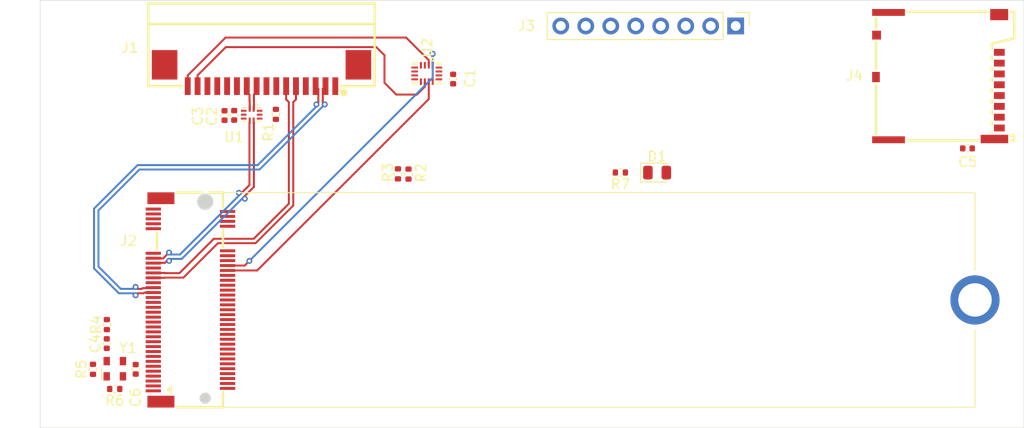
<source format=kicad_pcb>
(kicad_pcb (version 20241229) (generator "pcbnew") (generator_version "9.0")
  (layers (0 "F.Cu" signal) (4 "In1.Cu" power "In1.GND.Cu") (6 "In2.Cu" power "In2.VCC.Cu") (8 "In3.Cu" power "In3.VCC.Cu") (10 "In4.Cu" power "In4.GND.Cu") (2 "B.Cu" signal) (13 "F.Paste" user) (15 "B.Paste" user) (5 "F.SilkS" user "F.Silkscreen") (7 "B.SilkS" user "B.Silkscreen") (1 "F.Mask" user) (3 "B.Mask" user) (25 "Edge.Cuts" user))
  (net 0 "")
  (net 1 "+3V3")
  (net 2 "GND")
  (net 3 "Net-(Y1-VDD)")
  (net 4 "Net-(D1-K)")
  (net 5 "CMD")
  (net 6 "DAT2")
  (net 7 "CLK")
  (net 8 "DAT0")
  (net 9 "DAT3{slash}CD")
  (net 10 "DAT1")
  (net 11 "+1V8")
  (net 12 "PCIe_RX-")
  (net 13 "~{CLKREQ}{slash}DAT2")
  (net 14 "PCIe_TX+")
  (net 15 "~{PERST}{slash}DAT3{slash}CD")
  (net 16 "PCIe_TX-")
  (net 17 "PCIe_RX+")
  (net 18 "Net-(J2-VIO_1.8V)")
  (net 19 "Net-(J2-DEVSLP)")
  (net 20 "~{LED1}")
  (net 21 "REFCLK+")
  (net 22 "REFCLK-")
  (net 23 "~{CLKREQ}")
  (net 24 "~{PERST}")
  (net 25 "SUSCLK")
  (net 58 "DATx{slash}REFCLK+")
  (net 59 "DATx{slash}REFCLK-")
  (net 68 "Net-(Y1-Tri-state)")
  (footprint "Capacitor_SMD:C_0402_1005Metric" (layer "F.Cu") (at 173.56 85.66)
    (property "Reference" "C5" (at 0.03 1.37 0) (layer "F.SilkS"))
    (property "Value" "0.1uF")
    (fp_line (start -0.107836 -0.36) (end 0.107836 -0.36) (stroke (width 0.12)) (layer "F.SilkS"))
    (fp_line (start -0.107836 0.36) (end 0.107836 0.36) (stroke (width 0.12)) (layer "F.SilkS"))
    (pad "1" smd roundrect (at -0.48 0) (size 0.56 0.62) (layers "F.Cu" "F.Mask" "F.Paste") (net 1 "+3V3"))
    (pad "2" smd roundrect (at 0.48 0) (size 0.56 0.62) (layers "F.Cu" "F.Mask" "F.Paste") (net 2 "GND"))
  )
  (footprint "Resistor_SMD:R_0402_1005Metric" (layer "F.Cu") (at 86.08 103.59 -90)
    (property "Reference" "R4" (at 0 1.11 90) (layer "F.SilkS"))
    (property "Value" "0")
    (fp_line (start -0.153641 0.38) (end 0.153641 0.38) (stroke (width 0.12)) (layer "F.SilkS"))
    (fp_line (start -0.153641 -0.38) (end 0.153641 -0.38) (stroke (width 0.12)) (layer "F.SilkS"))
    (pad "1" smd roundrect (at -0.51 0 270) (size 0.54 0.64) (layers "F.Cu" "F.Mask" "F.Paste") (net 1 "+3V3"))
    (pad "2" smd roundrect (at 0.51 0 270) (size 0.54 0.64) (layers "F.Cu" "F.Mask" "F.Paste") (net 3 "Net-(Y1-VDD)"))
  )
  (footprint "Capacitor_SMD:C_0402_1005Metric" (layer "F.Cu") (at 98.04 82.31 90)
    (property "Reference" "C3" (at -0.059803 -2.722872 90) (layer "F.SilkS"))
    (property "Value" "0.1uF")
    (fp_line (start -0.107836 -0.36) (end 0.107836 -0.36) (stroke (width 0.12)) (layer "F.SilkS"))
    (fp_line (start -0.107836 0.36) (end 0.107836 0.36) (stroke (width 0.12)) (layer "F.SilkS"))
    (pad "1" smd roundrect (at -0.48 0 90) (size 0.56 0.62) (layers "F.Cu" "F.Mask" "F.Paste") (net 1 "+3V3"))
    (pad "2" smd roundrect (at 0.48 0 90) (size 0.56 0.62) (layers "F.Cu" "F.Mask" "F.Paste") (net 2 "GND"))
  )
  (footprint "Resistor_SMD:R_0402_1005Metric" (layer "F.Cu") (at 116.74 88.27 -90)
    (property "Reference" "R2" (at -0.12 -1.29 270) (layer "F.SilkS"))
    (property "Value" "0")
    (fp_line (start -0.153641 0.38) (end 0.153641 0.38) (stroke (width 0.12)) (layer "F.SilkS"))
    (fp_line (start -0.153641 -0.38) (end 0.153641 -0.38) (stroke (width 0.12)) (layer "F.SilkS"))
    (pad "1" smd roundrect (at -0.51 0 270) (size 0.54 0.64) (layers "F.Cu" "F.Mask" "F.Paste") (net 11 "+1V8"))
    (pad "2" smd roundrect (at 0.51 0 270) (size 0.54 0.64) (layers "F.Cu" "F.Mask" "F.Paste") (net 18 "Net-(J2-VIO_1.8V)"))
  )
  (footprint "m1cha:CONN-SMD_APCI0146-P001A" (layer "F.Cu") (at 94.575 101.08 90)
    (property "Reference" "J2" (at 6.01 -6.295 180) (layer "F.SilkS"))
    (property "Value" "Bus_M.2_Socket_M")
    (fp_line (start 5.131 -3.4) (end 6.869 -3.4) (stroke (width 0.254)) (layer "F.SilkS"))
    (fp_line (start 10.922 -1.394) (end 10.922 1.136) (stroke (width 0.254)) (layer "F.SilkS"))
    (fp_line (start 10.922 1.8645) (end 10.922 3.302) (stroke (width 0.254)) (layer "F.SilkS"))
    (fp_line (start 10.922 3.302) (end 9.381 3.302) (stroke (width 0.254)) (layer "F.SilkS"))
    (fp_line (start 7.119 3.302) (end 5.381 3.302) (stroke (width 0.254)) (layer "F.SilkS"))
    (fp_line (start -9.381 3.302) (end -10.922 3.302) (stroke (width 0.254)) (layer "F.SilkS"))
    (fp_line (start -10.922 3.302) (end -10.922 -1.394) (stroke (width 0.254)) (layer "F.SilkS"))
    (fp_line (start 10.922 79.75) (end 10.922 3.302) (stroke (width 0.1)) (layer "F.SilkS"))
    (fp_line (start 3 79.75) (end 10.922 79.75) (stroke (width 0.1)) (layer "F.SilkS"))
    (fp_line (start -10.922 79.75) (end -10.922 3.302) (stroke (width 0.1)) (layer "F.SilkS"))
    (fp_line (start -10.922 79.75) (end -3 79.75) (stroke (width 0.1)) (layer "F.SilkS"))
    (fp_poly (pts (xy -9.144 -2.413) (xy -9.652 -1.905) (xy -8.636 -1.905)) (fill yes) (layer "F.SilkS"))
    (fp_circle (center 10 1.5) (end 10.8 1.5) (stroke (width 0.05)) (fill yes) (layer "Edge.Cuts"))
    (fp_circle (center -10 1.5) (end -9.45 1.5) (stroke (width 0.05)) (fill yes) (layer "Edge.Cuts"))
    (pad "" np_thru_hole circle (at 0 79.75 90) (size 5 5) (drill 3.4) (layers "F&B.Cu" "*.Mask"))
    (pad "1" smd rect (at -9.25 -3.775 90) (size 0.3 1.55) (layers "F.Cu" "F.Mask" "F.Paste") (net 2 "GND"))
    (pad "2" smd rect (at -9 3.775 90) (size 0.3 1.55) (layers "F.Cu" "F.Mask" "F.Paste") (net 1 "+3V3"))
    (pad "3" smd rect (at -8.75 -3.775 90) (size 0.3 1.55) (layers "F.Cu" "F.Mask" "F.Paste") (net 2 "GND"))
    (pad "4" smd rect (at -8.5 3.775 90) (size 0.3 1.55) (layers "F.Cu" "F.Mask" "F.Paste") (net 1 "+3V3"))
    (pad "5" smd rect (at -8.25 -3.775 90) (size 0.3 1.55) (layers "F.Cu" "F.Mask" "F.Paste"))
    (pad "6" smd rect (at -8 3.775 90) (size 0.3 1.55) (layers "F.Cu" "F.Mask" "F.Paste"))
    (pad "7" smd rect (at -7.75 -3.775 90) (size 0.3 1.55) (layers "F.Cu" "F.Mask" "F.Paste"))
    (pad "8" smd rect (at -7.5 3.775 90) (size 0.3 1.55) (layers "F.Cu" "F.Mask" "F.Paste"))
    (pad "9" smd rect (at -7.25 -3.775 90) (size 0.3 1.55) (layers "F.Cu" "F.Mask" "F.Paste") (net 2 "GND"))
    (pad "10" smd rect (at -7 3.775 90) (size 0.3 1.55) (layers "F.Cu" "F.Mask" "F.Paste") (net 20 "~{LED1}"))
    (pad "11" smd rect (at -6.75 -3.775 90) (size 0.3 1.55) (layers "F.Cu" "F.Mask" "F.Paste"))
    (pad "12" smd rect (at -6.5 3.775 90) (size 0.3 1.55) (layers "F.Cu" "F.Mask" "F.Paste") (net 1 "+3V3"))
    (pad "13" smd rect (at -6.25 -3.775 90) (size 0.3 1.55) (layers "F.Cu" "F.Mask" "F.Paste"))
    (pad "14" smd rect (at -6 3.775 90) (size 0.3 1.55) (layers "F.Cu" "F.Mask" "F.Paste") (net 1 "+3V3"))
    (pad "15" smd rect (at -5.75 -3.775 90) (size 0.3 1.55) (layers "F.Cu" "F.Mask" "F.Paste") (net 2 "GND"))
    (pad "16" smd rect (at -5.5 3.775 90) (size 0.3 1.55) (layers "F.Cu" "F.Mask" "F.Paste") (net 1 "+3V3"))
    (pad "17" smd rect (at -5.25 -3.775 90) (size 0.3 1.55) (layers "F.Cu" "F.Mask" "F.Paste"))
    (pad "18" smd rect (at -5 3.775 90) (size 0.3 1.55) (layers "F.Cu" "F.Mask" "F.Paste") (net 1 "+3V3"))
    (pad "19" smd rect (at -4.75 -3.775 90) (size 0.3 1.55) (layers "F.Cu" "F.Mask" "F.Paste"))
    (pad "20" smd rect (at -4.5 3.775 90) (size 0.3 1.55) (layers "F.Cu" "F.Mask" "F.Paste"))
    (pad "21" smd rect (at -4.25 -3.775 90) (size 0.3 1.55) (layers "F.Cu" "F.Mask" "F.Paste") (net 2 "GND"))
    (pad "22" smd rect (at -4 3.775 90) (size 0.3 1.55) (layers "F.Cu" "F.Mask" "F.Paste") (net 18 "Net-(J2-VIO_1.8V)"))
    (pad "23" smd rect (at -3.75 -3.775 90) (size 0.3 1.55) (layers "F.Cu" "F.Mask" "F.Paste"))
    (pad "24" smd rect (at -3.5 3.775 90) (size 0.3 1.55) (layers "F.Cu" "F.Mask" "F.Paste"))
    (pad "25" smd rect (at -3.25 -3.775 90) (size 0.3 1.55) (layers "F.Cu" "F.Mask" "F.Paste"))
    (pad "26" smd rect (at -3 3.775 90) (size 0.3 1.55) (layers "F.Cu" "F.Mask" "F.Paste"))
    (pad "27" smd rect (at -2.75 -3.775 90) (size 0.3 1.55) (layers "F.Cu" "F.Mask" "F.Paste") (net 2 "GND"))
    (pad "28" smd rect (at -2.5 3.775 90) (size 0.3 1.55) (layers "F.Cu" "F.Mask" "F.Paste"))
    (pad "29" smd rect (at -2.25 -3.775 90) (size 0.3 1.55) (layers "F.Cu" "F.Mask" "F.Paste"))
    (pad "30" smd rect (at -2 3.775 90) (size 0.3 1.55) (layers "F.Cu" "F.Mask" "F.Paste"))
    (pad "31" smd rect (at -1.75 -3.775 90) (size 0.3 1.55) (layers "F.Cu" "F.Mask" "F.Paste"))
    (pad "32" smd rect (at -1.5 3.775 90) (size 0.3 1.55) (layers "F.Cu" "F.Mask" "F.Paste"))
    (pad "33" smd rect (at -1.25 -3.775 90) (size 0.3 1.55) (layers "F.Cu" "F.Mask" "F.Paste") (net 2 "GND"))
    (pad "34" smd rect (at -1 3.775 90) (size 0.3 1.55) (layers "F.Cu" "F.Mask" "F.Paste"))
    (pad "35" smd rect (at -0.75 -3.775 90) (size 0.3 1.55) (layers "F.Cu" "F.Mask" "F.Paste"))
    (pad "36" smd rect (at -0.5 3.775 90) (size 0.3 1.55) (layers "F.Cu" "F.Mask" "F.Paste"))
    (pad "37" smd rect (at -0.25 -3.775 90) (size 0.3 1.55) (layers "F.Cu" "F.Mask" "F.Paste"))
    (pad "38" smd rect (at 0 3.775 90) (size 0.3 1.55) (layers "F.Cu" "F.Mask" "F.Paste") (net 19 "Net-(J2-DEVSLP)"))
    (pad "39" smd rect (at 0.25 -3.775 90) (size 0.3 1.55) (layers "F.Cu" "F.Mask" "F.Paste") (net 2 "GND"))
    (pad "40" smd rect (at 0.5 3.775 90) (size 0.3 1.55) (layers "F.Cu" "F.Mask" "F.Paste"))
    (pad "41" smd rect (at 0.75 -3.775 90) (size 0.3 1.55) (layers "F.Cu" "F.Mask" "F.Paste") (net 12 "PCIe_RX-"))
    (pad "42" smd rect (at 1 3.775 90) (size 0.3 1.55) (layers "F.Cu" "F.Mask" "F.Paste"))
    (pad "43" smd rect (at 1.25 -3.775 90) (size 0.3 1.55) (layers "F.Cu" "F.Mask" "F.Paste") (net 17 "PCIe_RX+"))
    (pad "44" smd rect (at 1.5 3.775 90) (size 0.3 1.55) (layers "F.Cu" "F.Mask" "F.Paste"))
    (pad "45" smd rect (at 1.75 -3.775 90) (size 0.3 1.55) (layers "F.Cu" "F.Mask" "F.Paste") (net 2 "GND"))
    (pad "46" smd rect (at 2 3.775 90) (size 0.3 1.55) (layers "F.Cu" "F.Mask" "F.Paste"))
    (pad "47" smd rect (at 2.25 -3.775 90) (size 0.3 1.55) (layers "F.Cu" "F.Mask" "F.Paste") (net 16 "PCIe_TX-"))
    (pad "48" smd rect (at 2.5 3.775 90) (size 0.3 1.55) (layers "F.Cu" "F.Mask" "F.Paste"))
    (pad "49" smd rect (at 2.75 -3.775 90) (size 0.3 1.55) (layers "F.Cu" "F.Mask" "F.Paste") (net 14 "PCIe_TX+"))
    (pad "50" smd rect (at 3 3.775 90) (size 0.3 1.55) (layers "F.Cu" "F.Mask" "F.Paste") (net 24 "~{PERST}"))
    (pad "51" smd rect (at 3.25 -3.775 90) (size 0.3 1.55) (layers "F.Cu" "F.Mask" "F.Paste") (net 2 "GND"))
    (pad "52" smd rect (at 3.5 3.775 90) (size 0.3 1.55) (layers "F.Cu" "F.Mask" "F.Paste") (net 23 "~{CLKREQ}"))
    (pad "53" smd rect (at 3.75 -3.775 90) (size 0.3 1.55) (layers "F.Cu" "F.Mask" "F.Paste") (net 22 "REFCLK-"))
    (pad "54" smd rect (at 4 3.775 90) (size 0.3 1.55) (layers "F.Cu" "F.Mask" "F.Paste"))
    (pad "55" smd rect (at 4.25 -3.775 90) (size 0.3 1.55) (layers "F.Cu" "F.Mask" "F.Paste") (net 21 "REFCLK+"))
    (pad "56" smd rect (at 4.5 3.775 90) (size 0.3 1.55) (layers "F.Cu" "F.Mask" "F.Paste"))
    (pad "57" smd rect (at 4.75 -3.775 90) (size 0.3 1.55) (layers "F.Cu" "F.Mask" "F.Paste") (net 2 "GND"))
    (pad "58" smd rect (at 5 3.775 90) (size 0.3 1.55) (layers "F.Cu" "F.Mask" "F.Paste"))
    (pad "67" smd rect (at 7.25 -3.775 90) (size 0.3 1.55) (layers "F.Cu" "F.Mask" "F.Paste"))
    (pad "68" smd rect (at 7.5 3.775 90) (size 0.3 1.55) (layers "F.Cu" "F.Mask" "F.Paste") (net 25 "SUSCLK"))
    (pad "69" smd rect (at 7.75 -3.775 90) (size 0.3 1.55) (layers "F.Cu" "F.Mask" "F.Paste"))
    (pad "70" smd rect (at 8 3.775 90) (size 0.3 1.55) (layers "F.Cu" "F.Mask" "F.Paste") (net 1 "+3V3"))
    (pad "71" smd rect (at 8.25 -3.775 90) (size 0.3 1.55) (layers "F.Cu" "F.Mask" "F.Paste") (net 2 "GND"))
    (pad "72" smd rect (at 8.5 3.775 90) (size 0.3 1.55) (layers "F.Cu" "F.Mask" "F.Paste") (net 1 "+3V3"))
    (pad "73" smd rect (at 8.75 -3.775 90) (size 0.3 1.55) (layers "F.Cu" "F.Mask" "F.Paste") (net 2 "GND"))
    (pad "74" smd rect (at 9 3.775 90) (size 0.3 1.55) (layers "F.Cu" "F.Mask" "F.Paste") (net 1 "+3V3"))
    (pad "75" smd rect (at 9.25 -3.775 90) (size 0.3 1.55) (layers "F.Cu" "F.Mask" "F.Paste") (net 2 "GND"))
    (pad "76" smd rect (at -10.35 -3 90) (size 1.2 2.75) (layers "F.Cu" "F.Mask" "F.Paste"))
    (pad "77" smd rect (at 10.35 -3 90) (size 1.2 2.75) (layers "F.Cu" "F.Mask" "F.Paste"))
  )
  (footprint "m1cha:TMUXHS221NKGT" (layer "F.Cu") (at 100.8 82.22425 180)
    (property "Reference" "U1" (at 1.8 -2.27575 0) (layer "F.SilkS"))
    (property "Value" "~")
    (fp_line (start 0.9 0.7) (end 0.9 0.68) (stroke (width 0.152)) (layer "F.SilkS"))
    (fp_line (start 0.9 -0.68) (end 0.9 -0.7) (stroke (width 0.152)) (layer "F.SilkS"))
    (fp_line (start 0.9 -0.7) (end 0.48 -0.7) (stroke (width 0.152)) (layer "F.SilkS"))
    (fp_line (start 0.48 0.7) (end 0.9 0.7) (stroke (width 0.152)) (layer "F.SilkS"))
    (fp_line (start -0.48 -0.7) (end -0.9 -0.7) (stroke (width 0.152)) (layer "F.SilkS"))
    (fp_line (start -0.9 0.7) (end -0.48 0.7) (stroke (width 0.152)) (layer "F.SilkS"))
    (fp_line (start -0.9 0.68) (end -0.9 0.7) (stroke (width 0.152)) (layer "F.SilkS"))
    (fp_line (start -0.9 -0.7) (end -0.9 -0.68) (stroke (width 0.152)) (layer "F.SilkS"))
    (fp_circle (center -0.5 1) (end -0.425 1) (stroke (width 0.15)) (fill no) (layer "F.SilkS"))
    (pad "1" smd rect (at -0.2 0.63 180) (size 0.2 0.663) (layers "F.Cu" "F.Mask" "F.Paste") (net 59 "DATx{slash}REFCLK-"))
    (pad "2" smd rect (at 0.2 0.63 180) (size 0.2 0.663) (layers "F.Cu" "F.Mask" "F.Paste") (net 58 "DATx{slash}REFCLK+"))
    (pad "3" smd rect (at 0.8075 0.4 180) (size 0.563 0.2) (layers "F.Cu" "F.Mask" "F.Paste") (net 2 "GND"))
    (pad "4" smd rect (at 0.8075 0 180) (size 0.563 0.2) (layers "F.Cu" "F.Mask" "F.Paste") (net 8 "DAT0"))
    (pad "5" smd rect (at 0.8075 -0.4 180) (size 0.563 0.2) (layers "F.Cu" "F.Mask" "F.Paste") (net 10 "DAT1"))
    (pad "6" smd rect (at 0.2 -0.63 180) (size 0.2 0.663) (layers "F.Cu" "F.Mask" "F.Paste") (net 21 "REFCLK+"))
    (pad "7" smd rect (at -0.2 -0.63 180) (size 0.2 0.663) (layers "F.Cu" "F.Mask" "F.Paste") (net 22 "REFCLK-"))
    (pad "8" smd rect (at -0.8075 -0.4 180) (size 0.563 0.2) (layers "F.Cu" "F.Mask" "F.Paste") (net 2 "GND"))
    (pad "9" smd rect (at -0.8075 0 180) (size 0.563 0.2) (layers "F.Cu" "F.Mask" "F.Paste") (net 1 "+3V3"))
    (pad "10" smd rect (at -0.8075 0.4 180) (size 0.563 0.2) (layers "F.Cu" "F.Mask" "F.Paste") (net 11 "+1V8"))
  )
  (footprint "Resistor_SMD:R_0402_1005Metric" (layer "F.Cu") (at 86.88 110.14 180)
    (property "Reference" "R6" (at 0 -1.17 0) (layer "F.SilkS"))
    (property "Value" "0")
    (fp_line (start -0.153641 0.38) (end 0.153641 0.38) (stroke (width 0.12)) (layer "F.SilkS"))
    (fp_line (start -0.153641 -0.38) (end 0.153641 -0.38) (stroke (width 0.12)) (layer "F.SilkS"))
    (pad "1" smd roundrect (at -0.51 0 180) (size 0.54 0.64) (layers "F.Cu" "F.Mask" "F.Paste") (net 2 "GND"))
    (pad "2" smd roundrect (at 0.51 0 180) (size 0.54 0.64) (layers "F.Cu" "F.Mask" "F.Paste") (net 68 "Net-(Y1-Tri-state)"))
  )
  (footprint "Resistor_SMD:R_0402_1005Metric" (layer "F.Cu") (at 84.67 108.14 90)
    (property "Reference" "R5" (at 0 -1.17 90) (layer "F.SilkS"))
    (property "Value" "0")
    (fp_line (start -0.153641 -0.38) (end 0.153641 -0.38) (stroke (width 0.12)) (layer "F.SilkS"))
    (fp_line (start -0.153641 0.38) (end 0.153641 0.38) (stroke (width 0.12)) (layer "F.SilkS"))
    (pad "1" smd roundrect (at -0.51 0 90) (size 0.54 0.64) (layers "F.Cu" "F.Mask" "F.Paste") (net 68 "Net-(Y1-Tri-state)"))
    (pad "2" smd roundrect (at 0.51 0 90) (size 0.54 0.64) (layers "F.Cu" "F.Mask" "F.Paste") (net 3 "Net-(Y1-VDD)"))
  )
  (footprint "m1cha:FPC-SMD_P1.00-16P_LCS-SJ-H2.5" (layer "F.Cu") (at 101.80025 78.23675)
    (property "Reference" "J1" (at -13.38025 -2.84675 0) (layer "F.SilkS"))
    (property "Value" "~" (hide yes))
    (fp_line (start -11.5015 -7.3165) (end 11.501 -7.3165) (stroke (width 0.254)) (layer "F.SilkS"))
    (fp_line (start -11.5015 -5.244) (end 11.501 -5.244) (stroke (width 0.254)) (layer "F.SilkS"))
    (fp_line (start -11.5015 1.0835) (end -11.5015 -7.3165) (stroke (width 0.254)) (layer "F.SilkS"))
    (fp_line (start -8.029 1.0835) (end -11.5015 1.0835) (stroke (width 0.254)) (layer "F.SilkS"))
    (fp_line (start 11.501 -7.3165) (end 11.501 1.0835) (stroke (width 0.254)) (layer "F.SilkS"))
    (fp_line (start 11.501 1.0835) (end 8.031 1.0835) (stroke (width 0.254)) (layer "F.SilkS"))
    (fp_circle (center 8.33 1.73) (end 8.53 1.73) (stroke (width 0.4)) (fill no) (layer "F.SilkS"))
    (pad "1" smd rect (at 7.5 1.0835 180) (size 0.6 1.8) (layers "F.Cu" "F.Mask" "F.Paste") (net 2 "GND"))
    (pad "2" smd rect (at 6.502 1.085 180) (size 0.6 1.8) (layers "F.Cu" "F.Mask" "F.Paste") (net 17 "PCIe_RX+"))
    (pad "3" smd rect (at 5.502 1.085 180) (size 0.6 1.8) (layers "F.Cu" "F.Mask" "F.Paste") (net 12 "PCIe_RX-"))
    (pad "4" smd rect (at 4.502 1.085 180) (size 0.6 1.8) (layers "F.Cu" "F.Mask" "F.Paste") (net 2 "GND"))
    (pad "5" smd rect (at 3.502 1.085 180) (size 0.6 1.8) (layers "F.Cu" "F.Mask" "F.Paste") (net 16 "PCIe_TX-"))
    (pad "6" smd rect (at 2.502 1.085 180) (size 0.6 1.8) (layers "F.Cu" "F.Mask" "F.Paste") (net 14 "PCIe_TX+"))
    (pad "7" smd rect (at 1.502 1.085 180) (size 0.6 1.8) (layers "F.Cu" "F.Mask" "F.Paste") (net 2 "GND"))
    (pad "8" smd rect (at 0.502 1.085 180) (size 0.6 1.8) (layers "F.Cu" "F.Mask" "F.Paste") (net 11 "+1V8"))
    (pad "9" smd rect (at -0.498 1.085 180) (size 0.6 1.8) (layers "F.Cu" "F.Mask" "F.Paste") (net 59 "DATx{slash}REFCLK-"))
    (pad "10" smd rect (at -1.498 1.085 180) (size 0.6 1.8) (layers "F.Cu" "F.Mask" "F.Paste") (net 58 "DATx{slash}REFCLK+"))
    (pad "11" smd rect (at -2.498 1.085 180) (size 0.6 1.8) (layers "F.Cu" "F.Mask" "F.Paste") (net 2 "GND"))
    (pad "12" smd rect (at -3.498 1.085 180) (size 0.6 1.8) (layers "F.Cu" "F.Mask" "F.Paste") (net 7 "CLK"))
    (pad "13" smd rect (at -4.498 1.085 180) (size 0.6 1.8) (layers "F.Cu" "F.Mask" "F.Paste") (net 1 "+3V3"))
    (pad "14" smd rect (at -5.498 1.085 180) (size 0.6 1.8) (layers "F.Cu" "F.Mask" "F.Paste") (net 5 "CMD"))
    (pad "15" smd rect (at -6.498 1.085 180) (size 0.6 1.8) (layers "F.Cu" "F.Mask" "F.Paste") (net 15 "~{PERST}{slash}DAT3{slash}CD"))
    (pad "16" smd rect (at -7.498 1.085 180) (size 0.6 1.8) (layers "F.Cu" "F.Mask" "F.Paste") (net 13 "~{CLKREQ}{slash}DAT2"))
    (pad "MP" smd rect (at -9.85 -1.085 180) (size 2.6 3) (layers "F.Cu" "F.Mask" "F.Paste"))
    (pad "MP" smd rect (at 9.85 -1.085 180) (size 2.6 3) (layers "F.Cu" "F.Mask" "F.Paste"))
  )
  (footprint "Capacitor_SMD:C_0402_1005Metric" (layer "F.Cu") (at 121.28 78.6 -90)
    (property "Reference" "C1" (at -0.1 -1.72 90) (layer "F.SilkS"))
    (property "Value" "0.1uF")
    (fp_line (start -0.107836 0.36) (end 0.107836 0.36) (stroke (width 0.12)) (layer "F.SilkS"))
    (fp_line (start -0.107836 -0.36) (end 0.107836 -0.36) (stroke (width 0.12)) (layer "F.SilkS"))
    (pad "1" smd roundrect (at -0.48 0 270) (size 0.56 0.62) (layers "F.Cu" "F.Mask" "F.Paste") (net 1 "+3V3"))
    (pad "2" smd roundrect (at 0.48 0 270) (size 0.56 0.62) (layers "F.Cu" "F.Mask" "F.Paste") (net 2 "GND"))
  )
  (footprint "Capacitor_SMD:C_0402_1005Metric" (layer "F.Cu") (at 89.01 108.14 -90)
    (property "Reference" "C6" (at 2.86 0.02 90) (layer "F.SilkS"))
    (property "Value" "15pF")
    (fp_line (start -0.107836 0.36) (end 0.107836 0.36) (stroke (width 0.12)) (layer "F.SilkS"))
    (fp_line (start -0.107836 -0.36) (end 0.107836 -0.36) (stroke (width 0.12)) (layer "F.SilkS"))
    (pad "1" smd roundrect (at -0.48 0 270) (size 0.56 0.62) (layers "F.Cu" "F.Mask" "F.Paste") (net 25 "SUSCLK"))
    (pad "2" smd roundrect (at 0.48 0 270) (size 0.56 0.62) (layers "F.Cu" "F.Mask" "F.Paste") (net 2 "GND"))
  )
  (footprint "Capacitor_SMD:C_0402_1005Metric" (layer "F.Cu") (at 99.02 82.29 90)
    (property "Reference" "C2" (at -0.113419 -2.257397 90) (layer "F.SilkS"))
    (property "Value" "1uF")
    (fp_line (start -0.107836 -0.36) (end 0.107836 -0.36) (stroke (width 0.12)) (layer "F.SilkS"))
    (fp_line (start -0.107836 0.36) (end 0.107836 0.36) (stroke (width 0.12)) (layer "F.SilkS"))
    (pad "1" smd roundrect (at -0.48 0 90) (size 0.56 0.62) (layers "F.Cu" "F.Mask" "F.Paste") (net 1 "+3V3"))
    (pad "2" smd roundrect (at 0.48 0 90) (size 0.56 0.62) (layers "F.Cu" "F.Mask" "F.Paste") (net 2 "GND"))
  )
  (footprint "Resistor_SMD:R_0402_1005Metric" (layer "F.Cu") (at 138.2775 88.11 180)
    (property "Reference" "R7" (at 0 -1.17 180) (layer "F.SilkS"))
    (property "Value" "0")
    (fp_line (start -0.153641 0.38) (end 0.153641 0.38) (stroke (width 0.12)) (layer "F.SilkS"))
    (fp_line (start -0.153641 -0.38) (end 0.153641 -0.38) (stroke (width 0.12)) (layer "F.SilkS"))
    (pad "1" smd roundrect (at -0.51 0 180) (size 0.54 0.64) (layers "F.Cu" "F.Mask" "F.Paste") (net 4 "Net-(D1-K)"))
    (pad "2" smd roundrect (at 0.51 0 180) (size 0.54 0.64) (layers "F.Cu" "F.Mask" "F.Paste") (net 20 "~{LED1}"))
  )
  (footprint "m1cha:TF-SMD_503398-1892" (layer "F.Cu") (at 170.53 78.3 -90)
    (property "Reference" "J4" (at -0.064301 8.445739 180) (layer "F.SilkS"))
    (property "Value" "~")
    (fp_line (start -4.851 6.27) (end -5.899 6.27) (stroke (width 0.254)) (layer "F.SilkS"))
    (fp_line (start -1.1 6.27) (end -3.489 6.27) (stroke (width 0.254)) (layer "F.SilkS"))
    (fp_line (start -0.661 6.27) (end -1.1 6.27) (stroke (width 0.254)) (layer "F.SilkS"))
    (fp_line (start 0.9355 6.27) (end 0.851 6.27) (stroke (width 0.254)) (layer "F.SilkS"))
    (fp_line (start 0.9355 6.27) (end 5.899 6.27) (stroke (width 0.254)) (layer "F.SilkS"))
    (fp_line (start 6.55 -4.139) (end 6.55 3.099) (stroke (width 0.254)) (layer "F.SilkS"))
    (fp_line (start -6.55 -5.109) (end -6.55 3.099) (stroke (width 0.254)) (layer "F.SilkS"))
    (fp_line (start -3.3 -5.5) (end -2.7945 -5.5) (stroke (width 0.254)) (layer "F.SilkS"))
    (fp_line (start -1.9655 -5.5) (end -1.6945 -5.5) (stroke (width 0.254)) (layer "F.SilkS"))
    (fp_line (start -0.8655 -5.5) (end -0.5945 -5.5) (stroke (width 0.254)) (layer "F.SilkS"))
    (fp_line (start 0.2345 -5.5) (end 0.5055 -5.5) (stroke (width 0.254)) (layer "F.SilkS"))
    (fp_line (start 1.3345 -5.5) (end 1.6055 -5.5) (stroke (width 0.254)) (layer "F.SilkS"))
    (fp_line (start 2.4345 -5.5) (end 2.7055 -5.5) (stroke (width 0.254)) (layer "F.SilkS"))
    (fp_line (start 3.5345 -5.5) (end 3.8055 -5.5) (stroke (width 0.254)) (layer "F.SilkS"))
    (fp_line (start 4.6345 -5.5) (end 4.9055 -5.5) (stroke (width 0.254)) (layer "F.SilkS"))
    (fp_line (start 5.7345 -5.5) (end 5.739 -5.5) (stroke (width 0.254)) (layer "F.SilkS"))
    (fp_line (start -6.55 -7.78) (end -6.55 -7.401) (stroke (width 0.254)) (layer "F.SilkS"))
    (fp_line (start -6.55 -7.78) (end -3.85 -7.78) (stroke (width 0.254)) (layer "F.SilkS"))
    (fp_line (start -3.85 -7.78) (end -3.3 -5.5) (stroke (width 0.254)) (layer "F.SilkS"))
    (fp_line (start 6.05 -7.78) (end 6.05 -7.401) (stroke (width 0.254)) (layer "F.SilkS"))
    (fp_line (start 6.55 -7.78) (end 6.55 -7.401) (stroke (width 0.254)) (layer "F.SilkS"))
    (fp_line (start 6.55 -7.78) (end 6.05 -7.78) (stroke (width 0.254)) (layer "F.SilkS"))
    (pad "1" smd rect (at -2.42 -6.27 270) (size 0.7 1.1) (layers "F.Cu" "F.Mask" "F.Paste") (net 6 "DAT2"))
    (pad "2" smd rect (at -1.32 -6.27 270) (size 0.7 1.1) (layers "F.Cu" "F.Mask" "F.Paste") (net 9 "DAT3{slash}CD"))
    (pad "3" smd rect (at -0.22 -6.27 270) (size 0.7 1.1) (layers "F.Cu" "F.Mask" "F.Paste") (net 5 "CMD"))
    (pad "4" smd rect (at 0.88 -6.27 270) (size 0.7 1.1) (layers "F.Cu" "F.Mask" "F.Paste") (net 1 "+3V3"))
    (pad "5" smd rect (at 1.98 -6.27 270) (size 0.7 1.1) (layers "F.Cu" "F.Mask" "F.Paste") (net 7 "CLK"))
    (pad "6" smd rect (at 3.08 -6.27 270) (size 0.7 1.1) (layers "F.Cu" "F.Mask" "F.Paste") (net 2 "GND"))
    (pad "7" smd rect (at 4.18 -6.27 270) (size 0.7 1.1) (layers "F.Cu" "F.Mask" "F.Paste") (net 8 "DAT0"))
    (pad "8" smd rect (at 5.28 -6.27 270) (size 0.7 1.1) (layers "F.Cu" "F.Mask" "F.Paste") (net 10 "DAT1"))
    (pad "9" smd rect (at 0.095 6.27 270) (size 1.05 0.78) (layers "F.Cu" "F.Mask" "F.Paste"))
    (pad "10" smd rect (at -4.17 6.21 270) (size 0.9 0.9) (layers "F.Cu" "F.Mask" "F.Paste"))
    (pad "11" smd rect (at -6.48 4.995 270) (size 0.7 3.33) (layers "F.Cu" "F.Mask" "F.Paste") (net 2 "GND"))
    (pad "11" smd rect (at -6.26 -6.255 270) (size 1.14 1.83) (layers "F.Cu" "F.Mask" "F.Paste") (net 2 "GND"))
    (pad "11" smd rect (at 6.4 -5.77 270) (size 0.86 2.8) (layers "F.Cu" "F.Mask" "F.Paste") (net 2 "GND"))
    (pad "11" smd rect (at 6.48 4.995 270) (size 0.7 3.33) (layers "F.Cu" "F.Mask" "F.Paste") (net 2 "GND"))
  )
  (footprint "Connector_PinHeader_2.54mm:PinHeader_1x08_P2.54mm_Vertical" (layer "F.Cu") (at 150 73.2 -90)
    (property "Reference" "J3" (at -0.01 21.26 180) (layer "F.SilkS"))
    (property "Value" "~")
    (fp_line (start -1.38 19.16) (end 1.38 19.16) (stroke (width 0.12)) (layer "F.SilkS"))
    (fp_line (start -1.38 1.27) (end -1.38 19.16) (stroke (width 0.12)) (layer "F.SilkS"))
    (fp_line (start -1.38 1.27) (end 1.38 1.27) (stroke (width 0.12)) (layer "F.SilkS"))
    (fp_line (start 1.38 1.27) (end 1.38 19.16) (stroke (width 0.12)) (layer "F.SilkS"))
    (fp_line (start -1.38 0) (end -1.38 -1.38) (stroke (width 0.12)) (layer "F.SilkS"))
    (fp_line (start -1.38 -1.38) (end 0 -1.38) (stroke (width 0.12)) (layer "F.SilkS"))
    (pad "1" thru_hole rect (at 0 0 270) (size 1.7 1.7) (drill 1) (layers "*.Cu" "*.Mask") (net 6 "DAT2"))
    (pad "2" thru_hole circle (at 0 2.54 270) (size 1.7 1.7) (drill 1) (layers "*.Cu" "*.Mask") (net 9 "DAT3{slash}CD"))
    (pad "3" thru_hole circle (at 0 5.08 270) (size 1.7 1.7) (drill 1) (layers "*.Cu" "*.Mask") (net 5 "CMD"))
    (pad "4" thru_hole circle (at 0 7.62 270) (size 1.7 1.7) (drill 1) (layers "*.Cu" "*.Mask") (net 1 "+3V3"))
    (pad "5" thru_hole circle (at 0 10.16 270) (size 1.7 1.7) (drill 1) (layers "*.Cu" "*.Mask") (net 7 "CLK"))
    (pad "6" thru_hole circle (at 0 12.7 270) (size 1.7 1.7) (drill 1) (layers "*.Cu" "*.Mask") (net 2 "GND"))
    (pad "7" thru_hole circle (at 0 15.24 270) (size 1.7 1.7) (drill 1) (layers "*.Cu" "*.Mask") (net 8 "DAT0"))
    (pad "8" thru_hole circle (at 0 17.78 270) (size 1.7 1.7) (drill 1) (layers "*.Cu" "*.Mask") (net 10 "DAT1"))
  )
  (footprint "Resistor_SMD:R_0402_1005Metric" (layer "F.Cu") (at 115.67 88.25 -90)
    (property "Reference" "R3" (at -0.133641 1.03 270) (layer "F.SilkS"))
    (property "Value" "10K")
    (fp_line (start -0.153641 0.38) (end 0.153641 0.38) (stroke (width 0.12)) (layer "F.SilkS"))
    (fp_line (start -0.153641 -0.38) (end 0.153641 -0.38) (stroke (width 0.12)) (layer "F.SilkS"))
    (pad "1" smd roundrect (at -0.51 0 270) (size 0.54 0.64) (layers "F.Cu" "F.Mask" "F.Paste") (net 2 "GND"))
    (pad "2" smd roundrect (at 0.51 0 270) (size 0.54 0.64) (layers "F.Cu" "F.Mask" "F.Paste") (net 19 "Net-(J2-DEVSLP)"))
  )
  (footprint "m1cha:tmux1574" (layer "F.Cu") (at 118.6 78.03 180)
    (property "Reference" "U2" (at -0.03 2.6 90) (layer "F.SilkS"))
    (property "Value" "~")
    (fp_line (start 1.3965 1.016) (end 0.8885 1.016) (stroke (width 0.2)) (layer "F.SilkS"))
    (fp_line (start 1.3965 0.889) (end 1.3965 1.016) (stroke (width 0.2)) (layer "F.SilkS"))
    (fp_line (start 1.3965 -1.016) (end 1.3965 -0.916) (stroke (width 0.2)) (layer "F.SilkS"))
    (fp_line (start 0.8885 -1.016) (end 1.3965 -1.016) (stroke (width 0.2)) (layer "F.SilkS"))
    (fp_line (start -0.9165 -1.016) (end -1.3975 -1.016) (stroke (width 0.2)) (layer "F.SilkS"))
    (fp_line (start -1.3975 1.016) (end -0.9165 1.016) (stroke (width 0.2)) (layer "F.SilkS"))
    (fp_line (start -1.3975 0.916) (end -1.3975 1.016) (stroke (width 0.2)) (layer "F.SilkS"))
    (fp_line (start -1.3975 -1.016) (end -1.3975 -0.916) (stroke (width 0.2)) (layer "F.SilkS"))
    (fp_circle (center -0.6 1.44) (end -0.5255 1.44) (stroke (width 0.15)) (fill no) (layer "F.SilkS"))
    (pad "1" smd rect (at -0.6 0.7825 180) (size 0.2 0.765) (layers "F.Cu" "F.Mask" "F.Paste") (net 23 "~{CLKREQ}"))
    (pad "2" smd rect (at -0.2 0.8325 180) (size 0.2 0.665) (layers "F.Cu" "F.Mask" "F.Paste") (net 13 "~{CLKREQ}{slash}DAT2"))
    (pad "3" smd rect (at 0.1995 0.8325 180) (size 0.2 0.665) (layers "F.Cu" "F.Mask" "F.Paste"))
    (pad "4" smd rect (at 0.5995 0.8325 180) (size 0.2 0.665) (layers "F.Cu" "F.Mask" "F.Paste"))
    (pad "5" smd rect (at 1.2315 0.6 180) (size 0.665 0.2) (layers "F.Cu" "F.Mask" "F.Paste"))
    (pad "6" smd rect (at 1.232 0.2 180) (size 0.665 0.2) (layers "F.Cu" "F.Mask" "F.Paste") (net 2 "GND"))
    (pad "7" smd rect (at 1.232 -0.2 180) (size 0.665 0.2) (layers "F.Cu" "F.Mask" "F.Paste"))
    (pad "8" smd rect (at 1.232 -0.6 180) (size 0.665 0.2) (layers "F.Cu" "F.Mask" "F.Paste"))
    (pad "9" smd rect (at 0.5995 -0.8325 180) (size 0.2 0.665) (layers "F.Cu" "F.Mask" "F.Paste"))
    (pad "10" smd rect (at 0.1995 -0.8325 180) (size 0.2 0.665) (layers "F.Cu" "F.Mask" "F.Paste") (net 15 "~{PERST}{slash}DAT3{slash}CD"))
    (pad "11" smd rect (at -0.2 -0.8325 180) (size 0.2 0.665) (layers "F.Cu" "F.Mask" "F.Paste") (net 24 "~{PERST}"))
    (pad "12" smd rect (at -0.6 -0.8325 180) (size 0.2 0.665) (layers "F.Cu" "F.Mask" "F.Paste") (net 9 "DAT3{slash}CD"))
    (pad "13" smd rect (at -1.232 -0.6 180) (size 0.665 0.2) (layers "F.Cu" "F.Mask" "F.Paste") (net 2 "GND"))
    (pad "14" smd rect (at -1.232 -0.2 180) (size 0.665 0.2) (layers "F.Cu" "F.Mask" "F.Paste") (net 1 "+3V3"))
    (pad "15" smd rect (at -1.232 0.2 180) (size 0.665 0.2) (layers "F.Cu" "F.Mask" "F.Paste") (net 11 "+1V8"))
    (pad "16" smd rect (at -1.232 0.6 180) (size 0.665 0.2) (layers "F.Cu" "F.Mask" "F.Paste") (net 6 "DAT2"))
  )
  (footprint "Resistor_SMD:R_0402_1005Metric" (layer "F.Cu") (at 103.26 82.19 -90)
    (property "Reference" "R1" (at 1.81 0.76 90) (layer "F.SilkS"))
    (property "Value" "10K")
    (fp_line (start -0.153641 0.38) (end 0.153641 0.38) (stroke (width 0.12)) (layer "F.SilkS"))
    (fp_line (start -0.153641 -0.38) (end 0.153641 -0.38) (stroke (width 0.12)) (layer "F.SilkS"))
    (pad "1" smd roundrect (at -0.51 0 270) (size 0.54 0.64) (layers "F.Cu" "F.Mask" "F.Paste") (net 11 "+1V8"))
    (pad "2" smd roundrect (at 0.51 0 270) (size 0.54 0.64) (layers "F.Cu" "F.Mask" "F.Paste") (net 2 "GND"))
  )
  (footprint "Capacitor_SMD:C_0402_1005Metric" (layer "F.Cu") (at 86.07 105.52 90)
    (property "Reference" "C4" (at 0 -1.16 90) (layer "F.SilkS"))
    (property "Value" "0.1uF")
    (fp_line (start -0.107836 -0.36) (end 0.107836 -0.36) (stroke (width 0.12)) (layer "F.SilkS"))
    (fp_line (start -0.107836 0.36) (end 0.107836 0.36) (stroke (width 0.12)) (layer "F.SilkS"))
    (pad "1" smd roundrect (at -0.48 0 90) (size 0.56 0.62) (layers "F.Cu" "F.Mask" "F.Paste") (net 3 "Net-(Y1-VDD)"))
    (pad "2" smd roundrect (at 0.48 0 90) (size 0.56 0.62) (layers "F.Cu" "F.Mask" "F.Paste") (net 2 "GND"))
  )
  (footprint "Oscillator:Oscillator_SMD_Abracon_ASDMB-4Pin_2.5x2.0mm" (layer "F.Cu") (at 86.89 108.08)
    (property "Reference" "Y1" (at 1.35 -2.11 0) (layer "F.SilkS"))
    (property "Value" "OK2EL89CJI-111YLC-32.768K")
    (fp_line (start -1.35 0) (end -1.35 1.14) (stroke (width 0.12)) (layer "F.SilkS"))
    (pad "1" smd rect (at -0.825 0.775) (size 0.65 0.85) (layers "F.Cu" "F.Mask" "F.Paste") (net 68 "Net-(Y1-Tri-state)"))
    (pad "2" smd rect (at 0.825 0.775) (size 0.65 0.85) (layers "F.Cu" "F.Mask" "F.Paste") (net 2 "GND"))
    (pad "3" smd rect (at 0.825 -0.775) (size 0.65 0.85) (layers "F.Cu" "F.Mask" "F.Paste") (net 25 "SUSCLK"))
    (pad "4" smd rect (at -0.825 -0.775) (size 0.65 0.85) (layers "F.Cu" "F.Mask" "F.Paste") (net 3 "Net-(Y1-VDD)"))
  )
  (footprint "LED_SMD:LED_0805_2012Metric" (layer "F.Cu") (at 142.0125 88.12)
    (property "Reference" "D1" (at 0 -1.65 0) (layer "F.SilkS"))
    (property "Value" "LED")
    (fp_line (start -1.685 -0.96) (end -1.685 0.96) (stroke (width 0.12)) (layer "F.SilkS"))
    (fp_line (start -1.685 0.96) (end 1 0.96) (stroke (width 0.12)) (layer "F.SilkS"))
    (fp_line (start 1 -0.96) (end -1.685 -0.96) (stroke (width 0.12)) (layer "F.SilkS"))
    (pad "1" smd roundrect (at -0.9375 0) (size 0.975 1.4) (layers "F.Cu" "F.Mask" "F.Paste") (net 4 "Net-(D1-K)"))
    (pad "2" smd roundrect (at 0.9375 0) (size 0.975 1.4) (layers "F.Cu" "F.Mask" "F.Paste") (net 1 "+3V3"))
  )
  (gr_line (start 179.3 70.58) (end 179.3 114.08) (stroke (width 0.05)) (layer "Edge.Cuts"))
  (gr_line (start 79.3 70.58) (end 79.3 114.08) (stroke (width 0.05)) (layer "Edge.Cuts"))
  (gr_line (start 79.3 114.08) (end 179.3 114.08) (stroke (width 0.05)) (layer "Edge.Cuts"))
  (gr_line (start 79.3 70.58) (end 179.3 70.58) (stroke (width 0.05)) (layer "Edge.Cuts"))
  (segment (start 107.577249 79.596749) (end 107.577249 80.980001) (width 0.2) (layer "F.Cu") (net 12))
  (segment (start 89.898094 100.33) (end 90.8 100.33) (width 0.2) (layer "F.Cu") (net 12))
  (segment (start 89 100.605) (end 89.2 100.405) (width 0.2) (layer "F.Cu") (net 12))
  (segment (start 107.577249 80.980001) (end 107.37725 81.18) (width 0.2) (layer "F.Cu") (net 12))
  (segment (start 89.2 100.405) (end 89.823094 100.405) (width 0.2) (layer "F.Cu") (net 12))
  (segment (start 89.823094 100.405) (end 89.898094 100.33) (width 0.2) (layer "F.Cu") (net 12))
  (segment (start 107.30225 79.32175) (end 107.577249 79.596749) (width 0.2) (layer "F.Cu") (net 12))
  (via (at 107.37725 81.18) (size 0.6) (drill 0.3) (layers "F.Cu" "B.Cu") (net 12))
  (via (at 89 100.605) (size 0.6) (drill 0.3) (layers "F.Cu" "B.Cu") (net 12))
  (segment (start 87.306803 100.405001) (end 88.800001 100.405001) (width 0.2) (layer "B.Cu") (net 12))
  (segment (start 88.800001 100.405001) (end 89 100.605) (width 0.2) (layer "B.Cu") (net 12))
  (segment (start 107.37725 81.18) (end 107.37725 81.393603) (width 0.2) (layer "B.Cu") (net 12))
  (segment (start 89.206802 87.355) (end 84.775 91.786802) (width 0.2) (layer "B.Cu") (net 12))
  (segment (start 101.415853 87.355) (end 89.206802 87.355) (width 0.2) (layer "B.Cu") (net 12))
  (segment (start 84.775 91.786802) (end 84.775 97.873198) (width 0.2) (layer "B.Cu") (net 12))
  (segment (start 107.37725 81.393603) (end 101.415853 87.355) (width 0.2) (layer "B.Cu") (net 12))
  (segment (start 84.775 97.873198) (end 87.306803 100.405001) (width 0.2) (layer "B.Cu") (net 12))
  (segment (start 94.30225 78.22175) (end 98.144 74.38) (width 0.2) (layer "F.Cu") (net 13))
  (segment (start 94.30225 79.32175) (end 94.30225 78.22175) (width 0.2) (layer "F.Cu") (net 13))
  (segment (start 118.8 77.18) (end 118.8 76.68) (width 0.2) (layer "F.Cu") (net 13))
  (segment (start 118.8 76.68) (end 116.5 74.38) (width 0.2) (layer "F.Cu") (net 13))
  (segment (start 98.144 74.38) (end 116.5 74.38) (width 0.2) (layer "F.Cu") (net 13))
  (segment (start 104.30225 80.671751) (end 104.57725 80.946751) (width 0.2) (layer "F.Cu") (net 14))
  (segment (start 101.006802 94.855) (end 96.955 94.855) (width 0.2) (layer "F.Cu") (net 14))
  (segment (start 104.30225 79.32175) (end 104.30225 80.671751) (width 0.2) (layer "F.Cu") (net 14))
  (segment (start 104.57725 80.946751) (end 104.57725 91.284552) (width 0.2) (layer "F.Cu") (net 14))
  (segment (start 104.57725 91.284552) (end 101.006802 94.855) (width 0.2) (layer "F.Cu") (net 14))
  (segment (start 93.455 98.355) (end 91.987501 98.355) (width 0.2) (layer "F.Cu") (net 14))
  (segment (start 91.987501 98.355) (end 91.962501 98.33) (width 0.2) (layer "F.Cu") (net 14))
  (segment (start 91.962501 98.33) (end 90.8 98.33) (width 0.2) (layer "F.Cu") (net 14))
  (segment (start 96.955 94.855) (end 93.455 98.355) (width 0.2) (layer "F.Cu") (net 14))
  (segment (start 114.3 76.18) (end 113.47075 75.35075) (width 0.2) (layer "F.Cu") (net 15))
  (segment (start 118.4 79.38) (end 117.6 80.18) (width 0.2) (layer "F.Cu") (net 15))
  (segment (start 117.6 80.18) (end 115.5 80.18) (width 0.2) (layer "F.Cu") (net 15))
  (segment (start 113.47075 75.35075) (end 98.17325 75.35075) (width 0.2) (layer "F.Cu") (net 15))
  (segment (start 95.30225 78.22175) (end 95.30225 79.32175) (width 0.2) (layer "F.Cu") (net 15))
  (segment (start 115.5 80.18) (end 114.3 78.98) (width 0.2) (layer "F.Cu") (net 15))
  (segment (start 98.17325 75.35075) (end 95.30225 78.22175) (width 0.2) (layer "F.Cu") (net 15))
  (segment (start 118.4 78.88) (end 118.4 79.38) (width 0.2) (layer "F.Cu") (net 15))
  (segment (start 114.3 78.98) (end 114.3 76.18) (width 0.2) (layer "F.Cu") (net 15))
  (segment (start 105.02725 80.946751) (end 105.02725 91.470948) (width 0.2) (layer "F.Cu") (net 16))
  (segment (start 105.30225 79.32175) (end 105.30225 80.671751) (width 0.2) (layer "F.Cu") (net 16))
  (segment (start 91.987501 98.805) (end 91.962501 98.83) (width 0.2) (layer "F.Cu") (net 16))
  (segment (start 93.865 98.805) (end 91.987501 98.805) (width 0.2) (layer "F.Cu") (net 16))
  (segment (start 105.02725 91.470948) (end 101.193198 95.305) (width 0.2) (layer "F.Cu") (net 16))
  (segment (start 97.365 95.305) (end 93.865 98.805) (width 0.2) (layer "F.Cu") (net 16))
  (segment (start 105.30225 80.671751) (end 105.02725 80.946751) (width 0.2) (layer "F.Cu") (net 16))
  (segment (start 101.193198 95.305) (end 97.365 95.305) (width 0.2) (layer "F.Cu") (net 16))
  (segment (start 91.962501 98.83) (end 90.8 98.83) (width 0.2) (layer "F.Cu") (net 16))
  (segment (start 89.643656 99.955) (end 89.718657 99.879999) (width 0.2) (layer "F.Cu") (net 17))
  (segment (start 108.027251 80.980001) (end 108.22725 81.18) (width 0.2) (layer "F.Cu") (net 17))
  (segment (start 89.2 99.955) (end 89.643656 99.955) (width 0.2) (layer "F.Cu") (net 17))
  (segment (start 89 99.755) (end 89.2 99.955) (width 0.2) (layer "F.Cu") (net 17))
  (segment (start 108.027251 79.596749) (end 108.027251 80.980001) (width 0.2) (layer "F.Cu") (net 17))
  (segment (start 89.718657 99.879999) (end 90.750001 99.879999) (width 0.2) (layer "F.Cu") (net 17))
  (segment (start 90.750001 99.879999) (end 90.8 99.83) (width 0.2) (layer "F.Cu") (net 17))
  (segment (start 108.30225 79.32175) (end 108.027251 79.596749) (width 0.2) (layer "F.Cu") (net 17))
  (via (at 108.22725 81.18) (size 0.6) (drill 0.3) (layers "F.Cu" "B.Cu") (net 17))
  (via (at 89 99.755) (size 0.6) (drill 0.3) (layers "F.Cu" "B.Cu") (net 17))
  (segment (start 85.225 97.686802) (end 87.493197 99.954999) (width 0.2) (layer "B.Cu") (net 17))
  (segment (start 101.60225 87.805) (end 89.393198 87.805) (width 0.2) (layer "B.Cu") (net 17))
  (segment (start 87.493197 99.954999) (end 88.800001 99.954999) (width 0.2) (layer "B.Cu") (net 17))
  (segment (start 85.225 91.973198) (end 85.225 97.686802) (width 0.2) (layer "B.Cu") (net 17))
  (segment (start 89.393198 87.805) (end 85.225 91.973198) (width 0.2) (layer "B.Cu") (net 17))
  (segment (start 108.22725 81.18) (end 101.60225 87.805) (width 0.2) (layer "B.Cu") (net 17))
  (segment (start 88.800001 99.954999) (end 89 99.755) (width 0.2) (layer "B.Cu") (net 17))
  (segment (start 91.8 96.855) (end 91.45 96.855) (width 0.2) (layer "F.Cu") (net 21))
  (segment (start 99.782322 90.179479) (end 99.499479 90.179479) (width 0.2) (layer "F.Cu") (net 21))
  (segment (start 91.425 96.83) (end 90.8 96.83) (width 0.2) (layer "F.Cu") (net 21))
  (segment (start 91.45 96.855) (end 91.425 96.83) (width 0.2) (layer "F.Cu") (net 21))
  (segment (start 92.4 96.255) (end 91.8 96.855) (width 0.2) (layer "F.Cu") (net 21))
  (segment (start 100.574999 89.386802) (end 99.782322 90.179479) (width 0.2) (layer "F.Cu") (net 21))
  (segment (start 100.574999 83.030001) (end 100.574999 89.386802) (width 0.2) (layer "F.Cu") (net 21))
  (segment (start 100.6 83.005) (end 100.574999 83.030001) (width 0.2) (layer "F.Cu") (net 21))
  (via (at 99.499479 90.179479) (size 0.6) (drill 0.3) (layers "F.Cu" "B.Cu") (net 21))
  (via (at 92.4 96.255) (size 0.6) (drill 0.3) (layers "F.Cu" "B.Cu") (net 21))
  (segment (start 92.599999 96.454999) (end 92.4 96.255) (width 0.2) (layer "B.Cu") (net 21))
  (segment (start 93.506802 96.454999) (end 92.599999 96.454999) (width 0.2) (layer "B.Cu") (net 21))
  (segment (start 99.499479 90.179479) (end 99.499479 90.462322) (width 0.2) (layer "B.Cu") (net 21))
  (segment (start 99.499479 90.462322) (end 93.506802 96.454999) (width 0.2) (layer "B.Cu") (net 21))
  (segment (start 101.025001 89.573198) (end 100.100521 90.497678) (width 0.2) (layer "F.Cu") (net 22))
  (segment (start 92.186397 97.105) (end 91.986397 97.305) (width 0.2) (layer "F.Cu") (net 22))
  (segment (start 101 83.005) (end 101.025001 83.030001) (width 0.2) (layer "F.Cu") (net 22))
  (segment (start 91.45 97.305) (end 91.425 97.33) (width 0.2) (layer "F.Cu") (net 22))
  (segment (start 91.986397 97.305) (end 91.45 97.305) (width 0.2) (layer "F.Cu") (net 22))
  (segment (start 101.025001 83.030001) (end 101.025001 89.573198) (width 0.2) (layer "F.Cu") (net 22))
  (segment (start 91.425 97.33) (end 90.8 97.33) (width 0.2) (layer "F.Cu") (net 22))
  (segment (start 92.4 97.105) (end 92.186397 97.105) (width 0.2) (layer "F.Cu") (net 22))
  (segment (start 100.100521 90.497678) (end 100.100521 90.780521) (width 0.2) (layer "F.Cu") (net 22))
  (via (at 100.100521 90.780521) (size 0.6) (drill 0.3) (layers "F.Cu" "B.Cu") (net 22))
  (via (at 92.4 97.105) (size 0.6) (drill 0.3) (layers "F.Cu" "B.Cu") (net 22))
  (segment (start 93.693198 96.905001) (end 92.599999 96.905001) (width 0.2) (layer "B.Cu") (net 22))
  (segment (start 100.100521 90.780521) (end 99.817678 90.780521) (width 0.2) (layer "B.Cu") (net 22))
  (segment (start 99.817678 90.780521) (end 93.693198 96.905001) (width 0.2) (layer "B.Cu") (net 22))
  (segment (start 92.599999 96.905001) (end 92.4 97.105) (width 0.2) (layer "B.Cu") (net 22))
  (segment (start 100.56 97.11) (end 100.09 97.58) (width 0.2) (layer "F.Cu") (net 23))
  (segment (start 119.2 77.23) (end 119.2 76.03) (width 0.2) (layer "F.Cu") (net 23))
  (segment (start 100.09 97.58) (end 98.35 97.58) (width 0.2) (layer "F.Cu") (net 23))
  (via (at 119.2 76.03) (size 0.6) (drill 0.3) (layers "F.Cu" "B.Cu") (net 23))
  (via (at 100.56 97.11) (size 0.6) (drill 0.3) (layers "F.Cu" "B.Cu") (net 23))
  (segment (start 119.2 76.03) (end 119.2 78.47) (width 0.2) (layer "B.Cu") (net 23))
  (segment (start 119.2 78.47) (end 100.56 97.11) (width 0.2) (layer "B.Cu") (net 23))
  (segment (start 118.8 78.88) (end 118.8 80.63966) (width 0.2) (layer "F.Cu") (net 24))
  (segment (start 118.8 80.63966) (end 101.35966 98.08) (width 0.2) (layer "F.Cu") (net 24))
  (segment (start 101.35966 98.08) (end 98.35 98.08) (width 0.2) (layer "F.Cu") (net 24))
  (segment (start 100.30225 79.32175) (end 100.30225 79.92175) (width 0.2) (layer "F.Cu") (net 58))
  (segment (start 100.57725 80.810281) (end 100.6 80.833031) (width 0.2) (layer "F.Cu") (net 58))
  (segment (start 100.6 80.833031) (end 100.6 81.68) (width 0.2) (layer "F.Cu") (net 58))
  (segment (start 100.30225 79.92175) (end 100.57725 80.19675) (width 0.2) (layer "F.Cu") (net 58))
  (segment (start 100.57725 80.19675) (end 100.57725 80.810281) (width 0.2) (layer "F.Cu") (net 58))
  (segment (start 101.02725 81.692476) (end 101.001 81.718726) (width 0.2) (layer "F.Cu") (net 59))
  (segment (start 101.30225 79.92175) (end 101.02725 80.19675) (width 0.2) (layer "F.Cu") (net 59))
  (segment (start 101.30225 79.32175) (end 101.30225 79.92175) (width 0.2) (layer "F.Cu") (net 59))
  (segment (start 101.02725 80.19675) (end 101.02725 81.692476) (width 0.2) (layer "F.Cu") (net 59))
)
</source>
